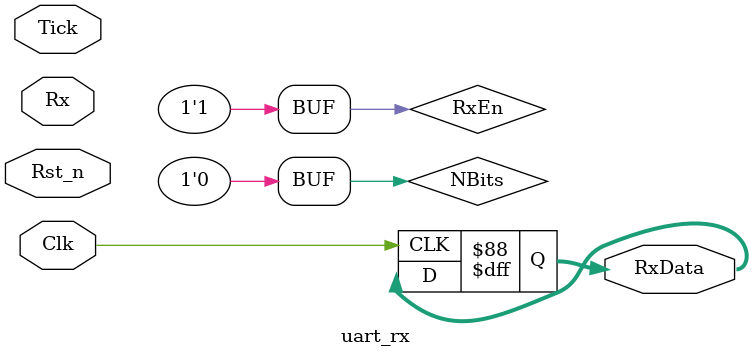
<source format=v>
module uart_rx (//Define my module as UART_rs232_rx
    input Clk,
    input Rst_n,
    output reg [7:0] RxData,//Çýktýyý da kaydederiz, böylece deðeri saklarýz
    input Rx,
    input Tick);		//8 bit


parameter  IDLE = 1'b0, READ = 1'b1; 	//State Machine için 2 tane durum oluþturduk 0 ve 1 (READ ve IDLE)
reg [1:0] State, Next;			//Durum veya Koþullar için 2 tane register oluþturduk
reg  read_enable = 1'b0;		//Okumaya izin verip vermemesinin kaydýný tuttuyoruz.
reg  start_bit = 1'b1;			//Baþlangýç biti algýlandýðýnda bildirimde bulunmak için kullanýlan deðiþken (RX'in ilk falling edge)
reg [4:0]Bit = 5'b00000;		//Bit bit okumak için kullanýlan deðiþken (bu durumda 8 bit yani 8 döngü)
reg [3:0] counter = 4'b0000;		//Counter deðiþkeni Tick'in 16 kere tetiklenmesi için kullanýyoruz.
reg [7:0] Read_data= 8'b00000000;	//Rx giriþ bitlerini RxData çýkýþýna atamadan önce nerede sakladýðýmýzý kaydedin
reg RxEn = 1'b1;
reg RxDone;  //Veri okuma iþlemi bittiðinde bildirimde bulunmak için kullanýlan deðiþken
reg NBits = 4'b1000	;
////////////////////////////////////////////////////////////////////////////
//                          STATE MACHINE                                 //
//                              Reset                                     //
////////////////////////////////////////////////////////////////////////////
always @ (posedge Clk)			//Reset bloðu
begin
if (Rst_n)	State <= IDLE;				
else 		State <= Next;				
end

////////////////////////////////////////////////////////////////////////////
//                                                                       ///
////////////////////////////////////////////////////////////////////////////
/*bloðun içine her "State or Rx or RxEn or RxDone" deðeri deðiþtiðinde içine girer.
	- Açýkçasý IDLE'ye yalnýzca RxDone high olduðunda ulaþýrýz
okuma iþleminin tamamlandýðý anlamýna gelir.
	- Ayrýca, IDLE'in içindeyken, READ durumuna geçebilmek için sadece Rx giriþi low olursa
bir baþlangýç biti tespit etmiþ oluruz*/
always @ (State or Rx or RxEn or RxDone)
begin
    case(State)	
	IDLE:	if(!Rx & RxEn)		Next = READ;	 //Eðer Rx low olursa (yani Start biti belirlenmiþ) okuma (READ) iþlemine geçiyor olacaz
		else			Next = IDLE;
	READ:	if(RxDone)		Next = IDLE; 	 //Eðer RxDone high olursa, IDLE durumuna geçeriz ve Rx inputu low olana kadar bekler (yani Start bitini beklemiþ oluyoruz)
		else			Next = READ;
	default 			Next = IDLE;
    endcase
end
////////////////////////////////////////////////////////////////////////////
//                          READ(OKUMA) / IDLE(BOÞTA)                     //
////////////////////////////////////////////////////////////////////////////
always @ (State or RxDone)
begin
    case (State)
	READ: begin
		read_enable <= 1'b1;			
	      end
	      // READ durumundaysak, okuma sürecini etkinleþtiririz, böylece "Her zaman Tick sinyaliyle"  bitleri almaya baþlarýz
	IDLE: begin
		read_enable <= 1'b0;			
	      end
    endcase 
end

////////////////////////////////////////////////////////////////////////////
///////////////////////////Read the input data//////////////////////////////
////////////////////////////////////////////////////////////////////////////
/*Her Tick sinyali geldiðinde sayacý bir arttýrýz.
- Sayaç 8 (4'b1000) eþit olduðunda START bitin ortasýnda olmuþ oluruz
- Sayaç 16 (4'b1111) eþit olduðunda diðer bitlerin ortasýnda olmuþ oluruz.
- Read_data Register'a Rx input bitini Shiftleyerek registerýn içine kaydetmiþ oluruz. 
*/
always @ (posedge Tick)

	begin
	if (read_enable)
	begin
	RxDone <= 1'b0;							//Ýþlem süresince RxDone low'a ayarlanýr.
	counter <= counter+1;						//Her Tick sinyali geldiðinde sayacý bir arttýrýyoruz	

	if ((counter == 4'b1000) & (start_bit))				 
	begin
	start_bit <= 1'b0;
	counter <= 4'b0000;
	end

	if ((counter == 4'b1111) & (!start_bit) & (Bit < NBits))	//8 bitlik okuma yapmak için 8 kere döngü oluþtururuz.
	begin
	Bit <= Bit+1;
	Read_data <= {Rx,Read_data[7:1]};
	counter <= 4'b0000;
	end
	
	if ((counter == 4'b1111) & (Bit == NBits)  & (Rx))		//Sonra bir kez daha 16'ya kadar sayarýz ve STOP bitini tespit ederiz (Rx inputu high olmalýdýr)
	begin
	Bit <= 4'b0000;
	RxDone <= 1'b1;
	counter <= 4'b0000;
	start_bit <= 1'b1;						//Sonraki data giriþi için tüm deðerleri sýfýrlýyoruz ve RxDone'u high olarak ayarlýyoruz
	end
	end
	
	

end
/////////////////////////////////////////////////////////////////////
/*Finally, Read_data Register'ýn deðerlerini RxData outputuna atarýz ve
bu bizim aldýðýmýz son deðer olur.*/
always @ (posedge Clk)
begin

if (NBits == 4'b1000)
begin
RxData[7:0] <= Read_data[7:0];	
end

if (NBits == 4'b0111)
begin
RxData[7:0] <= {1'b0,Read_data[7:1]};	

end

if (NBits == 4'b0110)
begin
RxData[7:0] <= {1'b0,1'b0,Read_data[7:2]};		

end
end


endmodule


</source>
